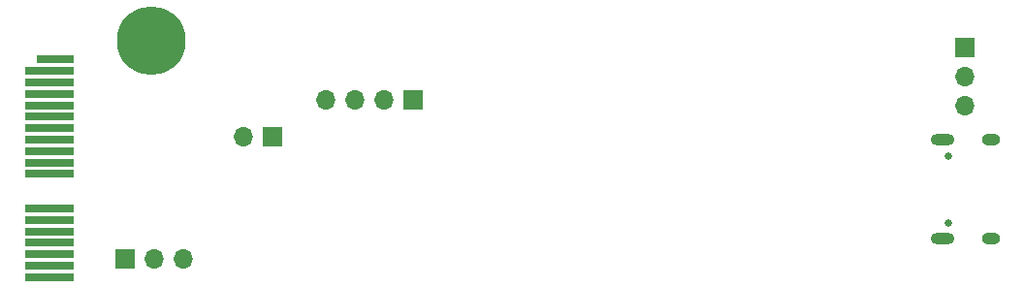
<source format=gbr>
%TF.GenerationSoftware,KiCad,Pcbnew,8.0.3*%
%TF.CreationDate,2024-06-27T20:48:53-04:00*%
%TF.ProjectId,charger-module,63686172-6765-4722-9d6d-6f64756c652e,v0.0.0*%
%TF.SameCoordinates,Original*%
%TF.FileFunction,Soldermask,Bot*%
%TF.FilePolarity,Negative*%
%FSLAX46Y46*%
G04 Gerber Fmt 4.6, Leading zero omitted, Abs format (unit mm)*
G04 Created by KiCad (PCBNEW 8.0.3) date 2024-06-27 20:48:53*
%MOMM*%
%LPD*%
G01*
G04 APERTURE LIST*
%ADD10C,0.650000*%
%ADD11O,2.100000X1.000000*%
%ADD12O,1.600000X1.000000*%
%ADD13R,1.700000X1.700000*%
%ADD14O,1.700000X1.700000*%
%ADD15R,3.200000X0.700000*%
%ADD16R,4.300000X0.700000*%
%ADD17C,6.000000*%
G04 APERTURE END LIST*
D10*
%TO.C,J3*%
X82595000Y-19890000D03*
X82595000Y-14110000D03*
D11*
X82095000Y-21320000D03*
D12*
X86275000Y-21320000D03*
D11*
X82095000Y-12680000D03*
D12*
X86275000Y-12680000D03*
%TD*%
D13*
%TO.C,J6*%
X10670000Y-23030000D03*
D14*
X13210000Y-23030000D03*
X15750000Y-23030000D03*
%TD*%
D13*
%TO.C,J2*%
X84000000Y-4640000D03*
D14*
X84000000Y-7180000D03*
X84000000Y-9720000D03*
%TD*%
D15*
%TO.C,J1*%
X4600000Y-5650000D03*
D16*
X4050000Y-6650000D03*
X4050000Y-7650000D03*
X4050000Y-8650000D03*
X4050000Y-9650000D03*
X4050000Y-10650000D03*
X4050000Y-11650000D03*
X4050000Y-12650000D03*
X4050000Y-13650000D03*
X4050000Y-14650000D03*
X4050000Y-15650000D03*
X4050000Y-18650000D03*
X4050000Y-19650000D03*
X4050000Y-20650000D03*
X4050000Y-21650000D03*
X4050000Y-22650000D03*
X4050000Y-23650000D03*
X4050000Y-24650000D03*
%TD*%
D13*
%TO.C,J4*%
X23600000Y-12400000D03*
D14*
X21060000Y-12400000D03*
%TD*%
D17*
%TO.C,H1*%
X13000000Y-4000000D03*
%TD*%
D13*
%TO.C,J5*%
X35850000Y-9170000D03*
D14*
X33310000Y-9170000D03*
X30770000Y-9170000D03*
X28230000Y-9170000D03*
%TD*%
M02*

</source>
